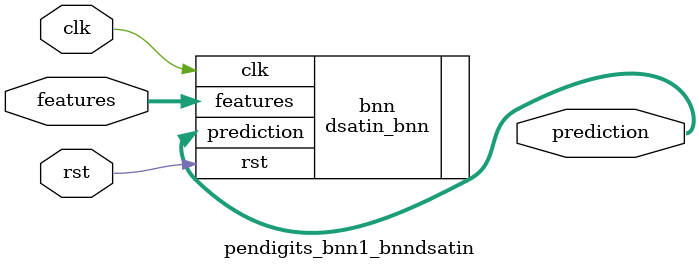
<source format=v>

















module pendigits_bnn1_bnndsatin #(

parameter FEAT_CNT = 16,
parameter HIDDEN_CNT = 40,
parameter FEAT_BITS = 4,
parameter CLASS_CNT = 10,
parameter TEST_CNT = 1000


  ) (
  input clk,
  input rst,
  input [FEAT_CNT*FEAT_BITS-1:0] features,
  output [$clog2(CLASS_CNT)-1:0] prediction
  );

  localparam Weights0 = 640'b0101101001100011101101101101100110110001000001111010010111001000110110101111010101010001111100000110101111111000111000001101101000000011010100101110100101011010010010111010010010010101010110001011110100100011010011100001101100010110101111011010111110110001101100101111010110110101000010011110111110000101010111111100000110010010001111011111101111010000010100000101100101001010000110110100001111101100101100000010101110100100001101111011101011100101011010100101001111001010000111010000011100001011000000000010111100000101001110001010010100011110010010100110001001001011111110000001011011101101010100011111000001001101000110100010101101000010 ;
  localparam Weights1 = 400'b0000100000101111101101100001011000110000011110110111101011101100111100000000000001011101010001011000011110000100011101100111000000001111010000000110111100001000010010110010110110100000011111111101000010001000011011000111010110000010000010110101011011010111100111100010101011111110110001011100011000001010100011000011111010001111111000101011111010000101001111000111000011011001011111000001101001000001 ;
  localparam Widths = 320'h07060707070707070707070707070707070708080708060707070707070707080707060707070706 ;
  localparam Sature = 40'b0111111111101011110000111100001110111101 ;

  dsatin_bnn #(.FEAT_CNT(FEAT_CNT),.FEAT_BITS(FEAT_BITS),.HIDDEN_CNT(HIDDEN_CNT),.CLASS_CNT(CLASS_CNT),.Weights0(Weights0),.Weights1(Weights1),
    .WIDTHS(Widths), .SATURE(Sature)) bnn (
    .clk(clk),
    .rst(rst),
    .features(features),
    .prediction(prediction)
  );

endmodule

</source>
